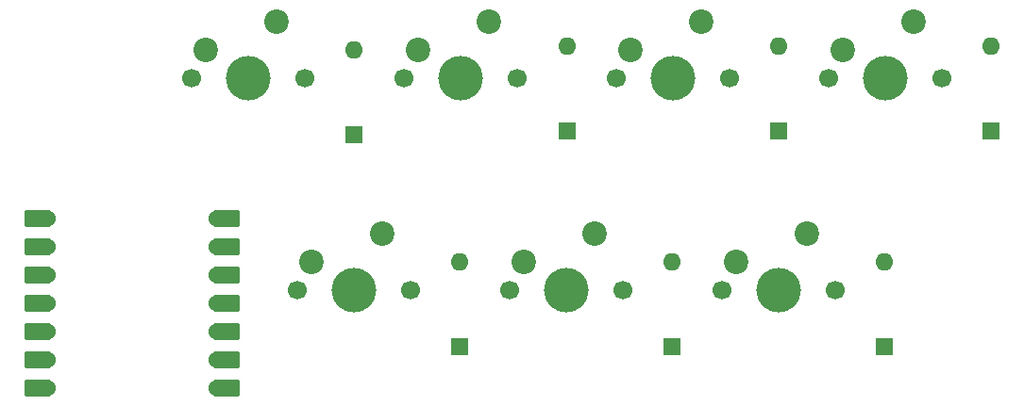
<source format=gbr>
%TF.GenerationSoftware,KiCad,Pcbnew,8.0.8*%
%TF.CreationDate,2025-02-15T20:23:54-05:00*%
%TF.ProjectId,Hackpad,4861636b-7061-4642-9e6b-696361645f70,rev?*%
%TF.SameCoordinates,Original*%
%TF.FileFunction,Soldermask,Top*%
%TF.FilePolarity,Negative*%
%FSLAX46Y46*%
G04 Gerber Fmt 4.6, Leading zero omitted, Abs format (unit mm)*
G04 Created by KiCad (PCBNEW 8.0.8) date 2025-02-15 20:23:54*
%MOMM*%
%LPD*%
G01*
G04 APERTURE LIST*
G04 Aperture macros list*
%AMRoundRect*
0 Rectangle with rounded corners*
0 $1 Rounding radius*
0 $2 $3 $4 $5 $6 $7 $8 $9 X,Y pos of 4 corners*
0 Add a 4 corners polygon primitive as box body*
4,1,4,$2,$3,$4,$5,$6,$7,$8,$9,$2,$3,0*
0 Add four circle primitives for the rounded corners*
1,1,$1+$1,$2,$3*
1,1,$1+$1,$4,$5*
1,1,$1+$1,$6,$7*
1,1,$1+$1,$8,$9*
0 Add four rect primitives between the rounded corners*
20,1,$1+$1,$2,$3,$4,$5,0*
20,1,$1+$1,$4,$5,$6,$7,0*
20,1,$1+$1,$6,$7,$8,$9,0*
20,1,$1+$1,$8,$9,$2,$3,0*%
G04 Aperture macros list end*
%ADD10C,1.700000*%
%ADD11C,4.000000*%
%ADD12C,2.200000*%
%ADD13RoundRect,0.152400X-1.063600X-0.609600X1.063600X-0.609600X1.063600X0.609600X-1.063600X0.609600X0*%
%ADD14C,1.524000*%
%ADD15RoundRect,0.152400X1.063600X0.609600X-1.063600X0.609600X-1.063600X-0.609600X1.063600X-0.609600X0*%
%ADD16R,1.600000X1.600000*%
%ADD17O,1.600000X1.600000*%
G04 APERTURE END LIST*
D10*
%TO.C,S7*%
X185040000Y-99055000D03*
D11*
X190120000Y-99055000D03*
D10*
X195200000Y-99055000D03*
D12*
X192660000Y-93975000D03*
X186310000Y-96515000D03*
%TD*%
D10*
%TO.C,S1*%
X137450000Y-80015000D03*
D11*
X142530000Y-80015000D03*
D10*
X147610000Y-80015000D03*
D12*
X145070000Y-74935000D03*
X138720000Y-77475000D03*
%TD*%
D10*
%TO.C,S3*%
X175590000Y-80005000D03*
D11*
X180670000Y-80005000D03*
D10*
X185750000Y-80005000D03*
D12*
X183210000Y-74925000D03*
X176860000Y-77465000D03*
%TD*%
D10*
%TO.C,S5*%
X146940000Y-99045000D03*
D11*
X152020000Y-99045000D03*
D10*
X157100000Y-99045000D03*
D12*
X154560000Y-93965000D03*
X148210000Y-96505000D03*
%TD*%
D10*
%TO.C,S4*%
X194640000Y-80005000D03*
D11*
X199720000Y-80005000D03*
D10*
X204800000Y-80005000D03*
D12*
X202260000Y-74925000D03*
X195910000Y-77465000D03*
%TD*%
D10*
%TO.C,S6*%
X165990000Y-99055000D03*
D11*
X171070000Y-99055000D03*
D10*
X176150000Y-99055000D03*
D12*
X173610000Y-93975000D03*
X167260000Y-96515000D03*
%TD*%
D13*
%TO.C,U1*%
X140615000Y-107835000D03*
D14*
X139780000Y-107835000D03*
D13*
X140615000Y-105295000D03*
D14*
X139780000Y-105295000D03*
D13*
X140615000Y-102755000D03*
D14*
X139780000Y-102755000D03*
D13*
X140615000Y-100215000D03*
D14*
X139780000Y-100215000D03*
D13*
X140615000Y-97675000D03*
D14*
X139780000Y-97675000D03*
D13*
X140615000Y-95135000D03*
D14*
X139780000Y-95135000D03*
D13*
X140615000Y-92595000D03*
D14*
X139780000Y-92595000D03*
X124540000Y-92595000D03*
D15*
X123705000Y-92595000D03*
D14*
X124540000Y-95135000D03*
D15*
X123705000Y-95135000D03*
D14*
X124540000Y-97675000D03*
D15*
X123705000Y-97675000D03*
D14*
X124540000Y-100215000D03*
D15*
X123705000Y-100215000D03*
D14*
X124540000Y-102755000D03*
D15*
X123705000Y-102755000D03*
D14*
X124540000Y-105295000D03*
D15*
X123705000Y-105295000D03*
D14*
X124540000Y-107835000D03*
D15*
X123705000Y-107835000D03*
%TD*%
D10*
%TO.C,S2*%
X156542500Y-80008750D03*
D11*
X161622500Y-80008750D03*
D10*
X166702500Y-80008750D03*
D12*
X164162500Y-74928750D03*
X157812500Y-77468750D03*
%TD*%
D16*
%TO.C,D7*%
X199660000Y-104125000D03*
D17*
X199660000Y-96505000D03*
%TD*%
D16*
%TO.C,D1*%
X152060000Y-85075000D03*
D17*
X152060000Y-77455000D03*
%TD*%
D16*
%TO.C,D5*%
X161560000Y-104175000D03*
D17*
X161560000Y-96555000D03*
%TD*%
D16*
%TO.C,D4*%
X209210000Y-84725000D03*
D17*
X209210000Y-77105000D03*
%TD*%
D16*
%TO.C,D2*%
X171160000Y-84725000D03*
D17*
X171160000Y-77105000D03*
%TD*%
D16*
%TO.C,D6*%
X180560000Y-104175000D03*
D17*
X180560000Y-96555000D03*
%TD*%
D16*
%TO.C,D3*%
X190160000Y-84725000D03*
D17*
X190160000Y-77105000D03*
%TD*%
M02*

</source>
